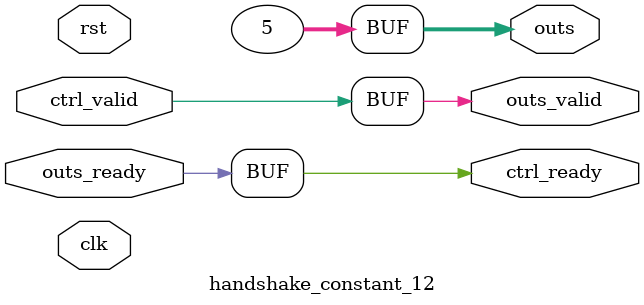
<source format=v>
`timescale 1ns / 1ps
module handshake_constant_12 #(
  parameter DATA_WIDTH = 32  // Default set to 32 bits
) (
  input                       clk,
  input                       rst,
  // Input Channel
  input                       ctrl_valid,
  output                      ctrl_ready,
  // Output Channel
  output [DATA_WIDTH - 1 : 0] outs,
  output                      outs_valid,
  input                       outs_ready
);
  assign outs       = 4'b0101;
  assign outs_valid = ctrl_valid;
  assign ctrl_ready = outs_ready;

endmodule

</source>
